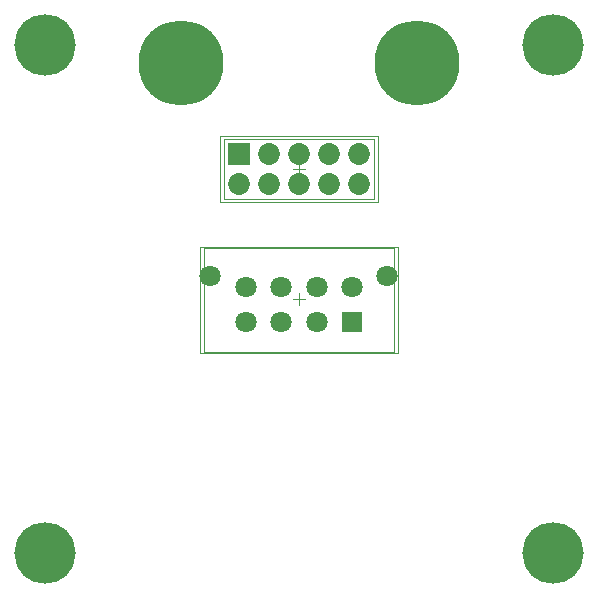
<source format=gbs>
G04*
G04 #@! TF.GenerationSoftware,Altium Limited,Altium Designer,21.3.2 (30)*
G04*
G04 Layer_Color=16711935*
%FSLAX25Y25*%
%MOIN*%
G70*
G04*
G04 #@! TF.SameCoordinates,7D36CCFB-020A-49C9-B8D2-55C5552AF9BD*
G04*
G04*
G04 #@! TF.FilePolarity,Negative*
G04*
G01*
G75*
%ADD13C,0.00394*%
%ADD14C,0.00197*%
%ADD16R,0.07099X0.07099*%
%ADD17C,0.07099*%
%ADD18C,0.07296*%
%ADD19R,0.07296X0.07296*%
%ADD20C,0.20485*%
%ADD21C,0.28359*%
D13*
X66634Y80945D02*
X130217D01*
Y115472D01*
X66634D02*
X130217D01*
X66634Y80945D02*
Y115472D01*
X73425Y131732D02*
Y151732D01*
X123425D01*
Y131732D02*
Y151732D01*
X73425Y131732D02*
X123425D01*
X96457Y98425D02*
X100394D01*
X98425Y96457D02*
Y100394D01*
D14*
X65354Y80551D02*
X131496D01*
X65354D02*
Y115866D01*
X131496D01*
Y80551D02*
Y115866D01*
X72047Y130650D02*
X124803D01*
Y152815D01*
X72047D02*
X124803D01*
X72047Y130650D02*
Y152815D01*
X98425Y139764D02*
Y143701D01*
X96457Y141732D02*
X100394D01*
D16*
X116142Y90669D02*
D03*
D17*
X104331D02*
D03*
X92520D02*
D03*
X80709D02*
D03*
X116142Y102480D02*
D03*
X104331D02*
D03*
X92520D02*
D03*
X80709D02*
D03*
X127953Y106181D02*
D03*
X68898D02*
D03*
D18*
X88425Y136732D02*
D03*
Y146732D02*
D03*
X78425Y136732D02*
D03*
X98425Y146732D02*
D03*
Y136732D02*
D03*
X108425Y146732D02*
D03*
X118425D02*
D03*
X108425Y136732D02*
D03*
X118425D02*
D03*
D19*
X78425Y146732D02*
D03*
D20*
X13780Y183071D02*
D03*
X183071D02*
D03*
Y13780D02*
D03*
X13780D02*
D03*
D21*
X137795Y177165D02*
D03*
X59055D02*
D03*
M02*

</source>
